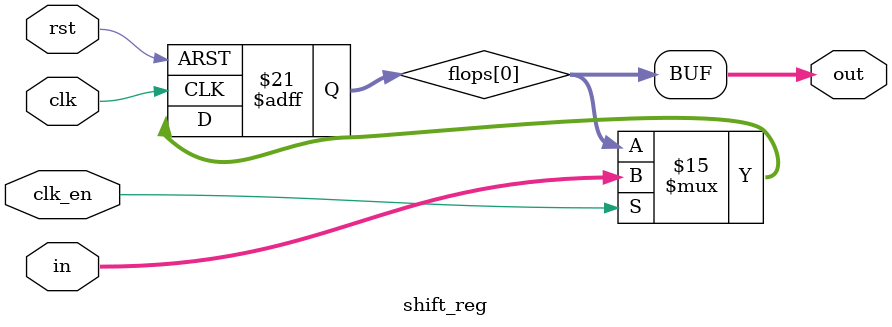
<source format=sv>
module shift_reg #(
	parameter WIDTH = 8,
	parameter DEPTH = 1
)
(
	input clk,
	input rst,
	input clk_en,
	input [WIDTH-1:0]in,
	output [WIDTH-1:0]out
);

	reg [WIDTH-1:0]flops[DEPTH];
	
	always_ff @ (posedge clk  or posedge rst) begin
		if(rst) begin
			for(int i = 0; i < DEPTH; i = i + 1) begin
				flops[i] <= 0;
			end
		end else begin
			if(clk_en) begin
				for(int i = 1; i < DEPTH; i = i + 1) begin
					flops[i-1] <= flops[i];
				end
				flops[DEPTH-1] <= in;
			end
		end
	end
		
	assign out = flops[0];

endmodule

</source>
